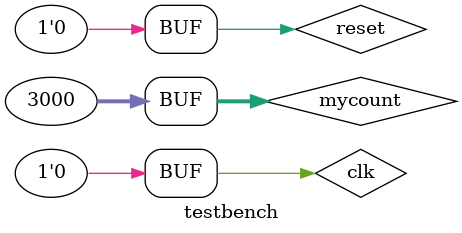
<source format=v>
`timescale 1ns / 1ps

module testbench;
  reg clk = 0;
  reg reset = 0;
  wire mosi;
  wire sck;

  top mytop1(
    .mosi(mosi),
    .sck(sck),
    .CLK(clk),
    .myreset(reset)
  );

integer mycount = 0;

initial begin
  clk = 0;
  reset = 0;
  for (mycount = 0; mycount < 3000; mycount=mycount+1)
    begin
    #1;
    clk = !clk;
    if (mycount == 3)
      reset = 1;
    if (mycount == 10)
      reset = 0;
    end
  end

endmodule

</source>
